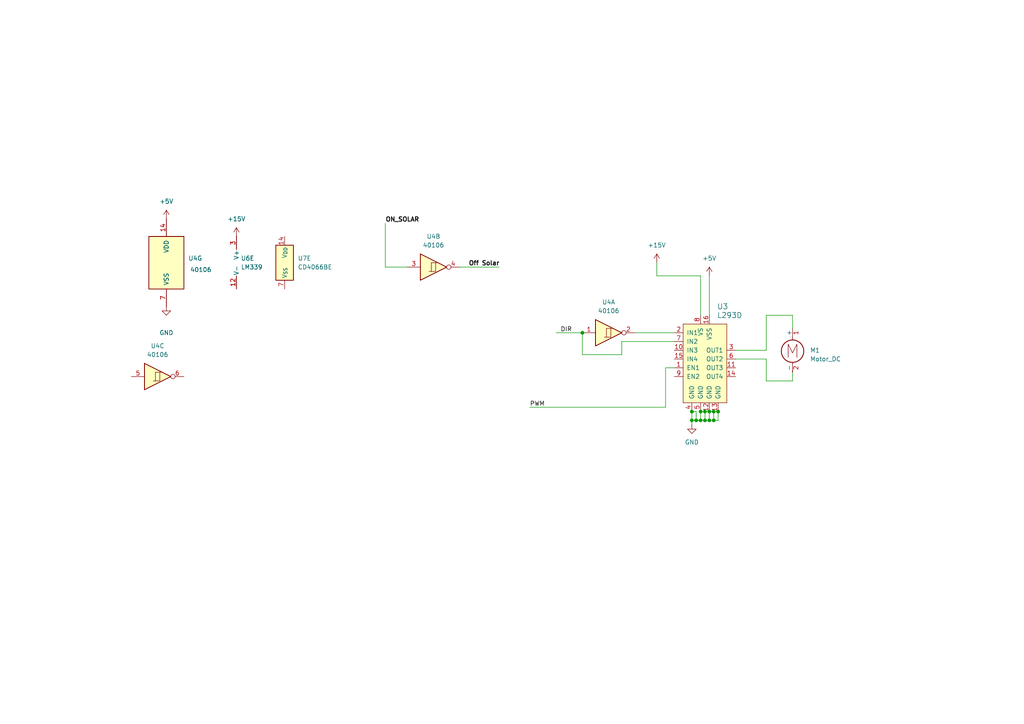
<source format=kicad_sch>
(kicad_sch (version 20231120) (generator "eeschema") (generator_version "8.0")
  (paper "A4")
  (title_block (company "CWRU") (comment 1 "Drawn by: Toby Cowles"))
  (lib_symbols
    (symbol "4xxx:40106" (pin_names (offset 1.016))
      (property "Reference" "U" (at 0 1.27 0))
      (property "Value" "40106" (at 0 -1.27 0))
      (symbol "40106_1_0"
        (polyline (pts (xy -0.635 -1.27) (xy -0.635 1.27) (xy 0.635 1.27)))
        (polyline (pts (xy -3.81 3.81) (xy -3.81 -3.81) (xy 3.81 0) (xy -3.81 3.81)) (stroke (width 0.254)) (fill (type background)))
        (polyline (pts (xy -1.27 -1.27) (xy 0.635 -1.27) (xy 0.635 1.27) (xy 1.27 1.27)))
        (pin input line (at -7.62 0 0) (length 3.81) (name "~") (number "1"))
        (pin output inverted (at 7.62 0 180) (length 3.81) (name "~") (number "2"))
      )
      (symbol "40106_2_0"
        (polyline (pts (xy -0.635 -1.27) (xy -0.635 1.27) (xy 0.635 1.27)))
        (polyline (pts (xy -3.81 3.81) (xy -3.81 -3.81) (xy 3.81 0) (xy -3.81 3.81)) (stroke (width 0.254)) (fill (type background)))
        (polyline (pts (xy -1.27 -1.27) (xy 0.635 -1.27) (xy 0.635 1.27) (xy 1.27 1.27)))
        (pin input line (at -7.62 0 0) (length 3.81) (name "~") (number "3"))
        (pin output inverted (at 7.62 0 180) (length 3.81) (name "~") (number "4"))
      )
      (symbol "40106_3_0"
        (polyline (pts (xy -0.635 -1.27) (xy -0.635 1.27) (xy 0.635 1.27)))
        (polyline (pts (xy -3.81 3.81) (xy -3.81 -3.81) (xy 3.81 0) (xy -3.81 3.81)) (stroke (width 0.254)) (fill (type background)))
        (polyline (pts (xy -1.27 -1.27) (xy 0.635 -1.27) (xy 0.635 1.27) (xy 1.27 1.27)))
        (pin input line (at -7.62 0 0) (length 3.81) (name "~") (number "5"))
        (pin output inverted (at 7.62 0 180) (length 3.81) (name "~") (number "6"))
      )
      (symbol "40106_4_0"
        (polyline (pts (xy -0.635 -1.27) (xy -0.635 1.27) (xy 0.635 1.27)))
        (polyline (pts (xy -3.81 3.81) (xy -3.81 -3.81) (xy 3.81 0) (xy -3.81 3.81)) (stroke (width 0.254)) (fill (type background)))
        (polyline (pts (xy -1.27 -1.27) (xy 0.635 -1.27) (xy 0.635 1.27) (xy 1.27 1.27)))
        (pin output inverted (at 7.62 0 180) (length 3.81) (name "~") (number "8"))
        (pin input line (at -7.62 0 0) (length 3.81) (name "~") (number "9"))
      )
      (symbol "40106_5_0"
        (polyline (pts (xy -0.635 -1.27) (xy -0.635 1.27) (xy 0.635 1.27)))
        (polyline (pts (xy -3.81 3.81) (xy -3.81 -3.81) (xy 3.81 0) (xy -3.81 3.81)) (stroke (width 0.254)) (fill (type background)))
        (polyline (pts (xy -1.27 -1.27) (xy 0.635 -1.27) (xy 0.635 1.27) (xy 1.27 1.27)))
        (pin output inverted (at 7.62 0 180) (length 3.81) (name "~") (number "10"))
        (pin input line (at -7.62 0 0) (length 3.81) (name "~") (number "11"))
      )
      (symbol "40106_6_0"
        (polyline (pts (xy -0.635 -1.27) (xy -0.635 1.27) (xy 0.635 1.27)))
        (polyline (pts (xy -3.81 3.81) (xy -3.81 -3.81) (xy 3.81 0) (xy -3.81 3.81)) (stroke (width 0.254)) (fill (type background)))
        (polyline (pts (xy -1.27 -1.27) (xy 0.635 -1.27) (xy 0.635 1.27) (xy 1.27 1.27)))
        (pin output inverted (at 7.62 0 180) (length 3.81) (name "~") (number "12"))
        (pin input line (at -7.62 0 0) (length 3.81) (name "~") (number "13"))
      )
      (symbol "40106_7_0"
        (pin power_in line (at 0 12.7 270) (length 5.08) (name "VDD") (number "14"))
        (pin power_in line (at 0 -12.7 90) (length 5.08) (name "VSS") (number "7"))
      )
      (symbol "40106_7_1"
        (rectangle (start -5.08 7.62) (end 5.08 -7.62) (stroke (width 0.254)) (fill (type background)))
      )
    )
    (symbol "Analog_Switch:CD4066BE"
      (property "Reference" "U" (at -5.08 3.81 0))
      (property "Value" "CD4066BE" (at 7.62 3.81 0))
      (symbol "CD4066BE_1_1"
        (rectangle (start -3.81 2.54) (end 3.81 -2.54) (stroke (width 0.254)) (fill (type background)))
        (circle (center -2.159 0) (radius 0.508) (stroke (width 0.254)))
        (polyline (pts (xy -5.08 0) (xy -2.794 0)))
        (polyline (pts (xy -2.54 0.762) (xy 2.54 1.778)) (stroke (width 0.254)))
        (polyline (pts (xy 0 -2.54) (xy 0 -2.032)))
        (polyline (pts (xy 0 -1.778) (xy 0 -1.524)))
        (polyline (pts (xy 0 -1.27) (xy 0 -1.016)))
        (polyline (pts (xy 0 -0.762) (xy 0 -0.508)))
        (polyline (pts (xy 0 -0.254) (xy 0 0)))
        (polyline (pts (xy 0 0.254) (xy 0 0.508)))
        (polyline (pts (xy 0 0.762) (xy 0 1.016)))
        (polyline (pts (xy 5.08 0) (xy 2.794 0)))
        (circle (center 2.159 0) (radius 0.508) (stroke (width 0.254)))
        (pin bidirectional line (at -7.62 0 0) (length 2.54) (name "~") (number "1"))
        (pin input line (at 0 -5.08 90) (length 2.54) (name "~") (number "13"))
        (pin bidirectional line (at 7.62 0 180) (length 2.54) (name "~") (number "2"))
      )
      (symbol "CD4066BE_2_1"
        (rectangle (start -3.81 2.54) (end 3.81 -2.54) (stroke (width 0.254)) (fill (type background)))
        (circle (center -2.159 0) (radius 0.508) (stroke (width 0.254)))
        (polyline (pts (xy -5.08 0) (xy -2.794 0)))
        (polyline (pts (xy -2.54 0.762) (xy 2.54 1.778)) (stroke (width 0.254)))
        (polyline (pts (xy 0 -2.54) (xy 0 -2.032)))
        (polyline (pts (xy 0 -1.778) (xy 0 -1.524)))
        (polyline (pts (xy 0 -1.27) (xy 0 -1.016)))
        (polyline (pts (xy 0 -0.762) (xy 0 -0.508)))
        (polyline (pts (xy 0 -0.254) (xy 0 0)))
        (polyline (pts (xy 0 0.254) (xy 0 0.508)))
        (polyline (pts (xy 0 0.762) (xy 0 1.016)))
        (polyline (pts (xy 5.08 0) (xy 2.794 0)))
        (circle (center 2.159 0) (radius 0.508) (stroke (width 0.254)))
        (pin bidirectional line (at 7.62 0 180) (length 2.54) (name "~") (number "3"))
        (pin bidirectional line (at -7.62 0 0) (length 2.54) (name "~") (number "4"))
        (pin input line (at 0 -5.08 90) (length 2.54) (name "~") (number "5"))
      )
      (symbol "CD4066BE_3_1"
        (rectangle (start -3.81 2.54) (end 3.81 -2.54) (stroke (width 0.254)) (fill (type background)))
        (circle (center -2.159 0) (radius 0.508) (stroke (width 0.254)))
        (polyline (pts (xy -5.08 0) (xy -2.794 0)))
        (polyline (pts (xy -2.54 0.762) (xy 2.54 1.778)) (stroke (width 0.254)))
        (polyline (pts (xy 0 -2.54) (xy 0 -2.032)))
        (polyline (pts (xy 0 -1.778) (xy 0 -1.524)))
        (polyline (pts (xy 0 -1.27) (xy 0 -1.016)))
        (polyline (pts (xy 0 -0.762) (xy 0 -0.508)))
        (polyline (pts (xy 0 -0.254) (xy 0 0)))
        (polyline (pts (xy 0 0.254) (xy 0 0.508)))
        (polyline (pts (xy 0 0.762) (xy 0 1.016)))
        (polyline (pts (xy 5.08 0) (xy 2.794 0)))
        (circle (center 2.159 0) (radius 0.508) (stroke (width 0.254)))
        (pin input line (at 0 -5.08 90) (length 2.54) (name "~") (number "6"))
        (pin bidirectional line (at -7.62 0 0) (length 2.54) (name "~") (number "8"))
        (pin bidirectional line (at 7.62 0 180) (length 2.54) (name "~") (number "9"))
      )
      (symbol "CD4066BE_4_1"
        (rectangle (start -3.81 2.54) (end 3.81 -2.54) (stroke (width 0.254)) (fill (type background)))
        (circle (center -2.159 0) (radius 0.508) (stroke (width 0.254)))
        (polyline (pts (xy -5.08 0) (xy -2.794 0)))
        (polyline (pts (xy -2.54 0.762) (xy 2.54 1.778)) (stroke (width 0.254)))
        (polyline (pts (xy 0 -2.54) (xy 0 -2.032)))
        (polyline (pts (xy 0 -1.778) (xy 0 -1.524)))
        (polyline (pts (xy 0 -1.27) (xy 0 -1.016)))
        (polyline (pts (xy 0 -0.762) (xy 0 -0.508)))
        (polyline (pts (xy 0 -0.254) (xy 0 0)))
        (polyline (pts (xy 0 0.254) (xy 0 0.508)))
        (polyline (pts (xy 0 0.762) (xy 0 1.016)))
        (polyline (pts (xy 5.08 0) (xy 2.794 0)))
        (circle (center 2.159 0) (radius 0.508) (stroke (width 0.254)))
        (pin bidirectional line (at 7.62 0 180) (length 2.54) (name "~") (number "10"))
        (pin bidirectional line (at -7.62 0 0) (length 2.54) (name "~") (number "11"))
        (pin input line (at 0 -5.08 90) (length 2.54) (name "~") (number "12"))
      )
      (symbol "CD4066BE_5_1"
        (rectangle (start -2.54 5.08) (end 2.54 -5.08) (stroke (width 0.254)) (fill (type background)))
        (pin power_in line (at 0 7.62 270) (length 2.54) (name "V_{DD}") (number "14"))
        (pin power_in line (at 0 -7.62 90) (length 2.54) (name "V_{SS}") (number "7"))
      )
    )
    (symbol "Comparator:LM339" (pin_names (offset 0.127))
      (property "Reference" "U" (at 0 5.08 0))
      (property "Value" "LM339" (at 0 -5.08 0))
      (symbol "LM339_1_1"
        (polyline (pts (xy -5.08 5.08) (xy 5.08 0) (xy -5.08 -5.08) (xy -5.08 5.08)) (stroke (width 0.254)) (fill (type background)))
        (polyline (pts (xy 3.302 -0.508) (xy 2.794 -0.508) (xy 3.302 0) (xy 2.794 0.508) (xy 2.286 0) (xy 2.794 -0.508) (xy 2.286 -0.508)) (stroke (width 0.127)))
        (pin open_collector line (at 7.62 0 180) (length 2.54) (name "~") (number "2"))
        (pin input line (at -7.62 -2.54 0) (length 2.54) (name "-") (number "4"))
        (pin input line (at -7.62 2.54 0) (length 2.54) (name "+") (number "5"))
      )
      (symbol "LM339_2_1"
        (polyline (pts (xy -5.08 5.08) (xy 5.08 0) (xy -5.08 -5.08) (xy -5.08 5.08)) (stroke (width 0.254)) (fill (type background)))
        (polyline (pts (xy 3.302 -0.508) (xy 2.794 -0.508) (xy 3.302 0) (xy 2.794 0.508) (xy 2.286 0) (xy 2.794 -0.508) (xy 2.286 -0.508)) (stroke (width 0.127)))
        (pin open_collector line (at 7.62 0 180) (length 2.54) (name "~") (number "1"))
        (pin input line (at -7.62 -2.54 0) (length 2.54) (name "-") (number "6"))
        (pin input line (at -7.62 2.54 0) (length 2.54) (name "+") (number "7"))
      )
      (symbol "LM339_3_1"
        (polyline (pts (xy -5.08 5.08) (xy 5.08 0) (xy -5.08 -5.08) (xy -5.08 5.08)) (stroke (width 0.254)) (fill (type background)))
        (polyline (pts (xy 3.302 -0.508) (xy 2.794 -0.508) (xy 3.302 0) (xy 2.794 0.508) (xy 2.286 0) (xy 2.794 -0.508) (xy 2.286 -0.508)) (stroke (width 0.127)))
        (pin input line (at -7.62 -2.54 0) (length 2.54) (name "-") (number "10"))
        (pin input line (at -7.62 2.54 0) (length 2.54) (name "+") (number "11"))
        (pin open_collector line (at 7.62 0 180) (length 2.54) (name "~") (number "13"))
      )
      (symbol "LM339_4_1"
        (polyline (pts (xy -5.08 5.08) (xy 5.08 0) (xy -5.08 -5.08) (xy -5.08 5.08)) (stroke (width 0.254)) (fill (type background)))
        (polyline (pts (xy 3.302 -0.508) (xy 2.794 -0.508) (xy 3.302 0) (xy 2.794 0.508) (xy 2.286 0) (xy 2.794 -0.508) (xy 2.286 -0.508)) (stroke (width 0.127)))
        (pin open_collector line (at 7.62 0 180) (length 2.54) (name "~") (number "14"))
        (pin input line (at -7.62 -2.54 0) (length 2.54) (name "-") (number "8"))
        (pin input line (at -7.62 2.54 0) (length 2.54) (name "+") (number "9"))
      )
      (symbol "LM339_5_1"
        (pin power_in line (at -2.54 -7.62 90) (length 3.81) (name "V-") (number "12"))
        (pin power_in line (at -2.54 7.62 270) (length 3.81) (name "V+") (number "3"))
      )
    )
    (symbol "Motor:Motor_DC" (pin_names (offset 0))
      (property "Reference" "M" (at 2.54 2.54 0))
      (property "Value" "Motor_DC" (at 2.54 -5.08 0))
      (symbol "Motor_DC_0_0"
        (polyline (pts (xy -1.27 -3.302) (xy -1.27 0.508) (xy 0 -2.032) (xy 1.27 0.508) (xy 1.27 -3.302)))
      )
      (symbol "Motor_DC_0_1"
        (circle (center 0 -1.524) (radius 3.2512) (stroke (width 0.254)))
        (polyline (pts (xy 0 -7.62) (xy 0 -7.112)))
        (polyline (pts (xy 0 -4.7752) (xy 0 -5.1816)))
        (polyline (pts (xy 0 1.7272) (xy 0 2.0828)))
        (polyline (pts (xy 0 2.032) (xy 0 2.54)))
      )
      (symbol "Motor_DC_1_1"
        (pin passive line (at 0 5.08 270) (length 2.54) (name "+") (number "1"))
        (pin passive line (at 0 -7.62 90) (length 2.54) (name "-") (number "2"))
      )
    )
    (symbol "dk_PMIC-Motor-Drivers-Controllers:L293D" (pin_names (offset 1.016))
      (property "Reference" "U" (at -5.08 11.43 0))
      (property "Value" "L293D" (at 7.62 -15.24 0))
      (symbol "L293D_0_1"
        (rectangle (start -5.08 10.16) (end 7.62 -12.7) (fill (type background)))
      )
      (symbol "L293D_1_1"
        (pin input line (at -7.62 -2.54 0) (length 2.54) (name "EN1") (number "1"))
        (pin input line (at -7.62 2.54 0) (length 2.54) (name "IN3") (number "10"))
        (pin output line (at 10.16 -2.54 180) (length 2.54) (name "OUT3") (number "11"))
        (pin power_in line (at 2.54 -15.24 90) (length 2.54) (name "GND") (number "12"))
        (pin power_in line (at 5.08 -15.24 90) (length 2.54) (name "GND") (number "13"))
        (pin output line (at 10.16 -5.08 180) (length 2.54) (name "OUT4") (number "14"))
        (pin input line (at -7.62 0 0) (length 2.54) (name "IN4") (number "15"))
        (pin power_in line (at 2.54 12.7 270) (length 2.54) (name "VSS") (number "16"))
        (pin input line (at -7.62 7.62 0) (length 2.54) (name "IN1") (number "2"))
        (pin output line (at 10.16 2.54 180) (length 2.54) (name "OUT1") (number "3"))
        (pin power_in line (at -2.54 -15.24 90) (length 2.54) (name "GND") (number "4"))
        (pin power_in line (at 0 -15.24 90) (length 2.54) (name "GND") (number "5"))
        (pin output line (at 10.16 0 180) (length 2.54) (name "OUT2") (number "6"))
        (pin input line (at -7.62 5.08 0) (length 2.54) (name "IN2") (number "7"))
        (pin power_in line (at 0 12.7 270) (length 2.54) (name "VS") (number "8"))
        (pin input line (at -7.62 -5.08 0) (length 2.54) (name "EN2") (number "9"))
      )
    )
    (symbol "power:+15V" (power) (pin_numbers hide) (pin_names (offset 0) hide)
      (property "Value" "+15V" (at 0 3.556 0))
      (symbol "+15V_0_1"
        (polyline (pts (xy -0.762 1.27) (xy 0 2.54)))
        (polyline (pts (xy 0 0) (xy 0 2.54)))
        (polyline (pts (xy 0 2.54) (xy 0.762 1.27)))
      )
      (symbol "+15V_1_1"
        (pin power_in line (at 0 0 90) (length 0) (name "~") (number "1"))
      )
    )
    (symbol "power:+5V" (power) (pin_numbers hide) (pin_names (offset 0) hide)
      (property "Value" "+5V" (at 0 3.556 0))
      (symbol "+5V_0_1"
        (polyline (pts (xy -0.762 1.27) (xy 0 2.54)))
        (polyline (pts (xy 0 0) (xy 0 2.54)))
        (polyline (pts (xy 0 2.54) (xy 0.762 1.27)))
      )
      (symbol "+5V_1_1"
        (pin power_in line (at 0 0 90) (length 0) (name "~") (number "1"))
      )
    )
    (symbol "power:GND" (power) (pin_numbers hide) (pin_names (offset 0) hide)
      (property "Value" "GND" (at 0 -3.81 0))
      (symbol "GND_0_1"
        (polyline (pts (xy 0 0) (xy 0 -1.27) (xy 1.27 -1.27) (xy 0 -2.54) (xy -1.27 -1.27) (xy 0 -1.27)))
      )
      (symbol "GND_1_1"
        (pin power_in line (at 0 0 270) (length 0) (name "~") (number "1"))
      )
    )
  )
  (junction (at 203.2 121.92))
  (junction (at 201.93 121.92))
  (junction (at 207.01 121.92))
  (junction (at 203.2 119.38))
  (junction (at 208.28 119.38))
  (junction (at 207.01 119.38))
  (junction (at 204.47 121.92))
  (junction (at 200.66 119.38))
  (junction (at 200.66 121.92))
  (junction (at 205.74 119.38))
  (junction (at 205.74 121.92))
  (junction (at 204.47 119.38))
  (junction (at 168.91 96.52))
  (wire (pts (xy 205.74 91.44) (xy 205.74 80.01)))
  (wire (pts (xy 195.58 99.06) (xy 180.34 99.06)))
  (wire (pts (xy 190.5 80.01) (xy 203.2 80.01)))
  (wire (pts (xy 118.11 77.47) (xy 111.76 77.47)))
  (wire (pts (xy 193.04 106.68) (xy 195.58 106.68)))
  (wire (pts (xy 205.74 121.92) (xy 205.74 119.38)))
  (wire (pts (xy 207.01 121.92) (xy 207.01 119.38)))
  (wire (pts (xy 201.93 119.38) (xy 200.66 119.38)))
  (wire (pts (xy 222.25 110.49) (xy 229.87 110.49)))
  (wire (pts (xy 203.2 121.92) (xy 201.93 121.92)))
  (wire (pts (xy 200.66 121.92) (xy 200.66 119.38)))
  (wire (pts (xy 133.35 77.47) (xy 144.78 77.47)))
  (wire (pts (xy 207.01 119.38) (xy 208.28 119.38)))
  (wire (pts (xy 205.74 121.92) (xy 204.47 121.92)))
  (wire (pts (xy 204.47 119.38) (xy 205.74 119.38)))
  (wire (pts (xy 203.2 121.92) (xy 203.2 119.38)))
  (wire (pts (xy 208.28 121.92) (xy 208.28 119.38)))
  (wire (pts (xy 213.36 104.14) (xy 222.25 104.14)))
  (wire (pts (xy 201.93 121.92) (xy 201.93 119.38)))
  (wire (pts (xy 213.36 101.6) (xy 222.25 101.6)))
  (wire (pts (xy 207.01 121.92) (xy 205.74 121.92)))
  (wire (pts (xy 168.91 96.52) (xy 168.91 102.87)))
  (wire (pts (xy 180.34 102.87) (xy 168.91 102.87)))
  (wire (pts (xy 180.34 99.06) (xy 180.34 102.87)))
  (wire (pts (xy 111.76 77.47) (xy 111.76 64.77)))
  (wire (pts (xy 153.67 118.11) (xy 193.04 118.11)))
  (wire (pts (xy 204.47 121.92) (xy 204.47 119.38)))
  (wire (pts (xy 229.87 110.49) (xy 229.87 107.95)))
  (wire (pts (xy 222.25 91.44) (xy 222.25 101.6)))
  (wire (pts (xy 200.66 121.92) (xy 201.93 121.92)))
  (wire (pts (xy 200.66 123.19) (xy 200.66 121.92)))
  (wire (pts (xy 203.2 121.92) (xy 204.47 121.92)))
  (wire (pts (xy 222.25 104.14) (xy 222.25 110.49)))
  (wire (pts (xy 205.74 119.38) (xy 207.01 119.38)))
  (wire (pts (xy 161.29 96.52) (xy 168.91 96.52)))
  (wire (pts (xy 190.5 76.2) (xy 190.5 80.01)))
  (wire (pts (xy 203.2 91.44) (xy 203.2 80.01)))
  (wire (pts (xy 222.25 91.44) (xy 229.87 91.44)))
  (wire (pts (xy 229.87 91.44) (xy 229.87 95.25)))
  (wire (pts (xy 184.15 96.52) (xy 195.58 96.52)))
  (wire (pts (xy 203.2 119.38) (xy 204.47 119.38)))
  (wire (pts (xy 207.01 121.92) (xy 208.28 121.92)))
  (wire (pts (xy 193.04 118.11) (xy 193.04 106.68)))
  (label "ON_SOLAR" (at 111.76 64.77 0) (effects (font (bold yes))))
  (label "DIR" (at 162.56 96.52 0))
  (label "Off Solar" (at 135.89 77.47 0) (effects (font (bold yes))))
  (label "PWM" (at 153.67 118.11 0))
  (symbol (lib_id "Analog_Switch:CD4066BE") (at 82.55 76.2 0) (unit 5)
    (property "Reference" "U7" (at 86.36 74.9299 0) (effects (justify left)))
    (property "Value" "CD4066BE" (at 86.36 77.4699 0) (effects (justify left)))
    (property "Footprint" "Package_DIP:DIP-14_W7.62mm" (effects (hide yes)))
    (property "Datasheet" "https://www.ti.com/lit/ds/symlink/cd4066b.pdf" (effects (hide yes)))
    (property "Description" "Quad 20V analog SPST 1:1 switch, DIP-14" (effects (hide yes)))
  )
  (symbol (lib_id "power:+5V") (at 205.74 80.01 0) (unit 1)
    (property "Reference" "#PWR012" (effects (hide yes)))
    (property "Value" "+5V" (at 205.74 74.93 0))
    (property "Description" "Power symbol creates a global label with name \"+5V\"" (effects (hide yes)))
  )
  (symbol (lib_id "power:+5V") (at 48.26 63.5 0) (unit 1)
    (property "Reference" "#PWR014" (effects (hide yes)))
    (property "Value" "+5V" (at 48.26 58.42 0))
    (property "Description" "Power symbol creates a global label with name \"+5V\"" (effects (hide yes)))
  )
  (symbol (lib_id "4xxx:40106") (at 48.26 76.2 0) (unit 7)
    (property "Reference" "U4" (at 54.61 74.9299 0) (effects (justify left)))
    (property "Value" "40106" (at 55.118 78.232 0) (effects (justify left)))
    (property "Datasheet" "https://assets.nexperia.com/documents/data-sheet/HEF40106B.pdf" (effects (hide yes)))
    (property "Description" "Hex Schmitt trigger inverter" (effects (hide yes)))
  )
  (symbol (lib_id "Comparator:LM339") (at 71.12 76.2 0) (unit 5)
    (property "Reference" "U6" (at 69.85 74.9299 0) (effects (justify left)))
    (property "Value" "LM339" (at 69.85 77.4699 0) (effects (justify left)))
    (property "Datasheet" "https://www.st.com/resource/en/datasheet/lm139.pdf" (effects (hide yes)))
    (property "Description" "Quad Differential Comparators, SOIC-14/TSSOP-14" (effects (hide yes)))
  )
  (symbol (lib_id "4xxx:40106") (at 125.73 77.47 0) (unit 2)
    (property "Reference" "U4" (at 125.73 68.58 0))
    (property "Value" "40106" (at 125.73 71.12 0))
    (property "Datasheet" "https://assets.nexperia.com/documents/data-sheet/HEF40106B.pdf" (effects (hide yes)))
    (property "Description" "Hex Schmitt trigger inverter" (effects (hide yes)))
  )
  (symbol (lib_id "Motor:Motor_DC") (at 229.87 100.33 0) (unit 1)
    (property "Reference" "M1" (at 234.95 101.5999 0) (effects (justify left)))
    (property "Value" "Motor_DC" (at 234.95 104.1399 0) (effects (justify left)))
    (property "Description" "DC Motor" (effects (hide yes)))
  )
  (symbol (lib_id "power:GND") (at 200.66 123.19 0) (unit 1)
    (property "Reference" "#PWR010" (effects (hide yes)))
    (property "Value" "GND" (at 200.66 128.27 0))
    (property "Description" "Power symbol creates a global label with name \"GND\" , ground" (effects (hide yes)))
  )
  (symbol (lib_id "power:+15V") (at 190.5 76.2 0) (unit 1)
    (property "Reference" "#PWR013" (effects (hide yes)))
    (property "Value" "+15V" (at 190.5 71.12 0))
    (property "Description" "Power symbol creates a global label with name \"+15V\"" (effects (hide yes)))
  )
  (symbol (lib_id "power:+15V") (at 68.58 68.58 0) (unit 1)
    (property "Reference" "#PWR017" (effects (hide yes)))
    (property "Value" "+15V" (at 68.58 63.5 0))
    (property "Description" "Power symbol creates a global label with name \"+15V\"" (effects (hide yes)))
  )
  (symbol (lib_id "4xxx:40106") (at 176.53 96.52 0) (unit 1)
    (property "Reference" "U4" (at 176.53 87.63 0))
    (property "Value" "40106" (at 176.53 90.17 0))
    (property "Datasheet" "https://assets.nexperia.com/documents/data-sheet/HEF40106B.pdf" (effects (hide yes)))
    (property "Description" "Hex Schmitt trigger inverter" (effects (hide yes)))
  )
  (symbol (lib_id "dk_PMIC-Motor-Drivers-Controllers:L293D") (at 203.2 104.14 0) (unit 1)
    (property "Reference" "U3" (at 207.9341 88.9 0) (effects (font (size 1.524 1.524)) (justify left)))
    (property "Value" "L293D" (at 207.9341 91.44 0) (effects (font (size 1.524 1.524)) (justify left)))
    (property "Footprint" "digikey-footprints:DIP-16_W7.62mm" (effects (hide yes)))
    (property "Datasheet" "https://www.st.com/content/ccc/resource/technical/document/datasheet/04/ac/22/f9/20/5d/43/a1/CD00000059.pdf/files/CD00000059.pdf/jcr:content/translations/en.CD00000059.pdf" (effects (hide yes)))
    (property "Description" "IC MTRDRV BIPLR 4.5-36V 16PWRDIP" (effects (hide yes)))
    (property "MPN" "L293D" (effects (hide yes)))
    (property "Category" "Integrated Circuits (ICs)" (effects (hide yes)))
    (property "Family" "PMIC - Motor Drivers, Controllers" (effects (hide yes)))
    (property "DK_Datasheet_Link" "https://www.st.com/content/ccc/resource/technical/document/datasheet/04/ac/22/f9/20/5d/43/a1/CD00000059.pdf/files/CD00000059.pdf/jcr:content/translations/en.CD00000059.pdf" (effects (hide yes)))
    (property "DK_Detail_Page" "/product-detail/en/stmicroelectronics/L293D/497-2936-5-ND/634700" (effects (hide yes)))
    (property "Description_1" "IC MTRDRV BIPLR 4.5-36V 16PWRDIP" (effects (hide yes)))
    (property "Manufacturer" "STMicroelectronics" (effects (hide yes)))
    (property "Status" "Active" (effects (hide yes)))
  )
  (symbol (lib_id "power:GND") (at 48.26 88.9 0) (unit 1)
    (property "Reference" "#PWR011" (effects (hide yes)))
    (property "Value" "GND" (at 48.26 96.52 0))
    (property "Description" "Power symbol creates a global label with name \"GND\" , ground" (effects (hide yes)))
  )
  (symbol (lib_id "4xxx:40106") (at 45.72 109.22 0) (unit 3)
    (property "Reference" "U4" (at 45.72 100.33 0))
    (property "Value" "40106" (at 45.72 102.87 0))
    (property "Datasheet" "https://assets.nexperia.com/documents/data-sheet/HEF40106B.pdf" (effects (hide yes)))
    (property "Description" "Hex Schmitt trigger inverter" (effects (hide yes)))
  )
)
</source>
